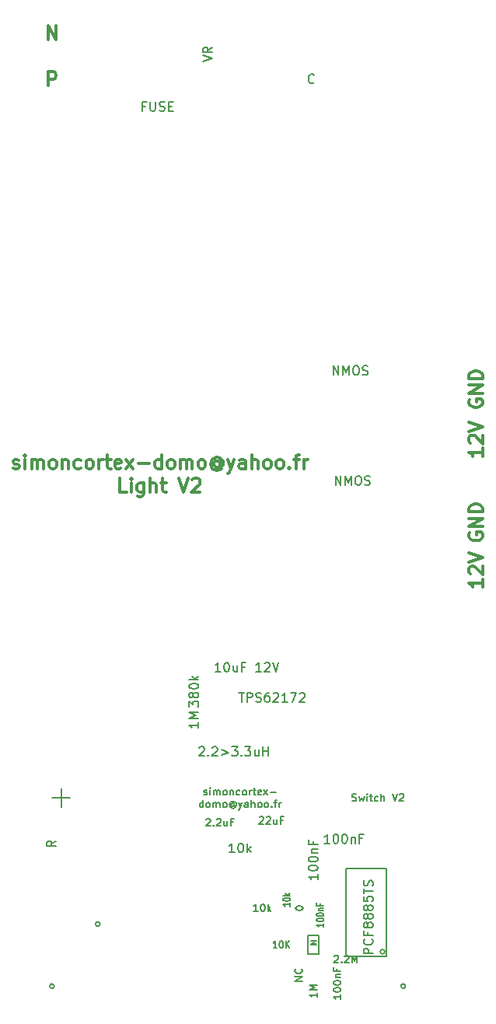
<source format=gbr>
G04 #@! TF.FileFunction,Other,Fab,Top*
%FSLAX46Y46*%
G04 Gerber Fmt 4.6, Leading zero omitted, Abs format (unit mm)*
G04 Created by KiCad (PCBNEW 4.0.5+dfsg1-4) date Mon Feb 20 16:27:22 2017*
%MOMM*%
%LPD*%
G01*
G04 APERTURE LIST*
%ADD10C,0.150000*%
%ADD11C,0.300000*%
%ADD12C,0.200000*%
G04 APERTURE END LIST*
D10*
X83700000Y46676190D02*
X83814286Y46638095D01*
X84004762Y46638095D01*
X84080952Y46676190D01*
X84119048Y46714286D01*
X84157143Y46790476D01*
X84157143Y46866667D01*
X84119048Y46942857D01*
X84080952Y46980952D01*
X84004762Y47019048D01*
X83852381Y47057143D01*
X83776190Y47095238D01*
X83738095Y47133333D01*
X83700000Y47209524D01*
X83700000Y47285714D01*
X83738095Y47361905D01*
X83776190Y47400000D01*
X83852381Y47438095D01*
X84042857Y47438095D01*
X84157143Y47400000D01*
X84423810Y47171429D02*
X84576191Y46638095D01*
X84728572Y47019048D01*
X84880953Y46638095D01*
X85033334Y47171429D01*
X85338095Y46638095D02*
X85338095Y47171429D01*
X85338095Y47438095D02*
X85300000Y47400000D01*
X85338095Y47361905D01*
X85376190Y47400000D01*
X85338095Y47438095D01*
X85338095Y47361905D01*
X85604761Y47171429D02*
X85909523Y47171429D01*
X85719047Y47438095D02*
X85719047Y46752381D01*
X85757142Y46676190D01*
X85833333Y46638095D01*
X85909523Y46638095D01*
X86519047Y46676190D02*
X86442857Y46638095D01*
X86290476Y46638095D01*
X86214285Y46676190D01*
X86176190Y46714286D01*
X86138095Y46790476D01*
X86138095Y47019048D01*
X86176190Y47095238D01*
X86214285Y47133333D01*
X86290476Y47171429D01*
X86442857Y47171429D01*
X86519047Y47133333D01*
X86861904Y46638095D02*
X86861904Y47438095D01*
X87204761Y46638095D02*
X87204761Y47057143D01*
X87166666Y47133333D01*
X87090476Y47171429D01*
X86976190Y47171429D01*
X86899999Y47133333D01*
X86861904Y47095238D01*
X88080952Y47438095D02*
X88347619Y46638095D01*
X88614286Y47438095D01*
X88842857Y47361905D02*
X88880952Y47400000D01*
X88957143Y47438095D01*
X89147619Y47438095D01*
X89223809Y47400000D01*
X89261905Y47361905D01*
X89300000Y47285714D01*
X89300000Y47209524D01*
X89261905Y47095238D01*
X88804762Y46638095D01*
X89300000Y46638095D01*
X67538095Y47351190D02*
X67614285Y47313095D01*
X67766666Y47313095D01*
X67842857Y47351190D01*
X67880952Y47427381D01*
X67880952Y47465476D01*
X67842857Y47541667D01*
X67766666Y47579762D01*
X67652381Y47579762D01*
X67576190Y47617857D01*
X67538095Y47694048D01*
X67538095Y47732143D01*
X67576190Y47808333D01*
X67652381Y47846429D01*
X67766666Y47846429D01*
X67842857Y47808333D01*
X68223809Y47313095D02*
X68223809Y47846429D01*
X68223809Y48113095D02*
X68185714Y48075000D01*
X68223809Y48036905D01*
X68261904Y48075000D01*
X68223809Y48113095D01*
X68223809Y48036905D01*
X68604761Y47313095D02*
X68604761Y47846429D01*
X68604761Y47770238D02*
X68642856Y47808333D01*
X68719047Y47846429D01*
X68833333Y47846429D01*
X68909523Y47808333D01*
X68947618Y47732143D01*
X68947618Y47313095D01*
X68947618Y47732143D02*
X68985714Y47808333D01*
X69061904Y47846429D01*
X69176190Y47846429D01*
X69252380Y47808333D01*
X69290475Y47732143D01*
X69290475Y47313095D01*
X69785714Y47313095D02*
X69709523Y47351190D01*
X69671428Y47389286D01*
X69633333Y47465476D01*
X69633333Y47694048D01*
X69671428Y47770238D01*
X69709523Y47808333D01*
X69785714Y47846429D01*
X69900000Y47846429D01*
X69976190Y47808333D01*
X70014285Y47770238D01*
X70052381Y47694048D01*
X70052381Y47465476D01*
X70014285Y47389286D01*
X69976190Y47351190D01*
X69900000Y47313095D01*
X69785714Y47313095D01*
X70395238Y47846429D02*
X70395238Y47313095D01*
X70395238Y47770238D02*
X70433333Y47808333D01*
X70509524Y47846429D01*
X70623810Y47846429D01*
X70700000Y47808333D01*
X70738095Y47732143D01*
X70738095Y47313095D01*
X71461905Y47351190D02*
X71385715Y47313095D01*
X71233334Y47313095D01*
X71157143Y47351190D01*
X71119048Y47389286D01*
X71080953Y47465476D01*
X71080953Y47694048D01*
X71119048Y47770238D01*
X71157143Y47808333D01*
X71233334Y47846429D01*
X71385715Y47846429D01*
X71461905Y47808333D01*
X71919048Y47313095D02*
X71842857Y47351190D01*
X71804762Y47389286D01*
X71766667Y47465476D01*
X71766667Y47694048D01*
X71804762Y47770238D01*
X71842857Y47808333D01*
X71919048Y47846429D01*
X72033334Y47846429D01*
X72109524Y47808333D01*
X72147619Y47770238D01*
X72185715Y47694048D01*
X72185715Y47465476D01*
X72147619Y47389286D01*
X72109524Y47351190D01*
X72033334Y47313095D01*
X71919048Y47313095D01*
X72528572Y47313095D02*
X72528572Y47846429D01*
X72528572Y47694048D02*
X72566667Y47770238D01*
X72604763Y47808333D01*
X72680953Y47846429D01*
X72757144Y47846429D01*
X72909524Y47846429D02*
X73214286Y47846429D01*
X73023810Y48113095D02*
X73023810Y47427381D01*
X73061905Y47351190D01*
X73138096Y47313095D01*
X73214286Y47313095D01*
X73785715Y47351190D02*
X73709525Y47313095D01*
X73557144Y47313095D01*
X73480953Y47351190D01*
X73442858Y47427381D01*
X73442858Y47732143D01*
X73480953Y47808333D01*
X73557144Y47846429D01*
X73709525Y47846429D01*
X73785715Y47808333D01*
X73823810Y47732143D01*
X73823810Y47655952D01*
X73442858Y47579762D01*
X74090477Y47313095D02*
X74509524Y47846429D01*
X74090477Y47846429D02*
X74509524Y47313095D01*
X74814286Y47617857D02*
X75423810Y47617857D01*
X67480951Y45963095D02*
X67480951Y46763095D01*
X67480951Y46001190D02*
X67404761Y45963095D01*
X67252380Y45963095D01*
X67176189Y46001190D01*
X67138094Y46039286D01*
X67099999Y46115476D01*
X67099999Y46344048D01*
X67138094Y46420238D01*
X67176189Y46458333D01*
X67252380Y46496429D01*
X67404761Y46496429D01*
X67480951Y46458333D01*
X67976190Y45963095D02*
X67899999Y46001190D01*
X67861904Y46039286D01*
X67823809Y46115476D01*
X67823809Y46344048D01*
X67861904Y46420238D01*
X67899999Y46458333D01*
X67976190Y46496429D01*
X68090476Y46496429D01*
X68166666Y46458333D01*
X68204761Y46420238D01*
X68242857Y46344048D01*
X68242857Y46115476D01*
X68204761Y46039286D01*
X68166666Y46001190D01*
X68090476Y45963095D01*
X67976190Y45963095D01*
X68585714Y45963095D02*
X68585714Y46496429D01*
X68585714Y46420238D02*
X68623809Y46458333D01*
X68700000Y46496429D01*
X68814286Y46496429D01*
X68890476Y46458333D01*
X68928571Y46382143D01*
X68928571Y45963095D01*
X68928571Y46382143D02*
X68966667Y46458333D01*
X69042857Y46496429D01*
X69157143Y46496429D01*
X69233333Y46458333D01*
X69271428Y46382143D01*
X69271428Y45963095D01*
X69766667Y45963095D02*
X69690476Y46001190D01*
X69652381Y46039286D01*
X69614286Y46115476D01*
X69614286Y46344048D01*
X69652381Y46420238D01*
X69690476Y46458333D01*
X69766667Y46496429D01*
X69880953Y46496429D01*
X69957143Y46458333D01*
X69995238Y46420238D01*
X70033334Y46344048D01*
X70033334Y46115476D01*
X69995238Y46039286D01*
X69957143Y46001190D01*
X69880953Y45963095D01*
X69766667Y45963095D01*
X70871429Y46344048D02*
X70833334Y46382143D01*
X70757144Y46420238D01*
X70680953Y46420238D01*
X70604763Y46382143D01*
X70566667Y46344048D01*
X70528572Y46267857D01*
X70528572Y46191667D01*
X70566667Y46115476D01*
X70604763Y46077381D01*
X70680953Y46039286D01*
X70757144Y46039286D01*
X70833334Y46077381D01*
X70871429Y46115476D01*
X70871429Y46420238D02*
X70871429Y46115476D01*
X70909525Y46077381D01*
X70947620Y46077381D01*
X71023810Y46115476D01*
X71061905Y46191667D01*
X71061905Y46382143D01*
X70985715Y46496429D01*
X70871429Y46572619D01*
X70719048Y46610714D01*
X70566667Y46572619D01*
X70452382Y46496429D01*
X70376191Y46382143D01*
X70338096Y46229762D01*
X70376191Y46077381D01*
X70452382Y45963095D01*
X70566667Y45886905D01*
X70719048Y45848810D01*
X70871429Y45886905D01*
X70985715Y45963095D01*
X71328572Y46496429D02*
X71519048Y45963095D01*
X71709524Y46496429D02*
X71519048Y45963095D01*
X71442857Y45772619D01*
X71404762Y45734524D01*
X71328572Y45696429D01*
X72357143Y45963095D02*
X72357143Y46382143D01*
X72319048Y46458333D01*
X72242858Y46496429D01*
X72090477Y46496429D01*
X72014286Y46458333D01*
X72357143Y46001190D02*
X72280953Y45963095D01*
X72090477Y45963095D01*
X72014286Y46001190D01*
X71976191Y46077381D01*
X71976191Y46153571D01*
X72014286Y46229762D01*
X72090477Y46267857D01*
X72280953Y46267857D01*
X72357143Y46305952D01*
X72738096Y45963095D02*
X72738096Y46763095D01*
X73080953Y45963095D02*
X73080953Y46382143D01*
X73042858Y46458333D01*
X72966668Y46496429D01*
X72852382Y46496429D01*
X72776191Y46458333D01*
X72738096Y46420238D01*
X73576192Y45963095D02*
X73500001Y46001190D01*
X73461906Y46039286D01*
X73423811Y46115476D01*
X73423811Y46344048D01*
X73461906Y46420238D01*
X73500001Y46458333D01*
X73576192Y46496429D01*
X73690478Y46496429D01*
X73766668Y46458333D01*
X73804763Y46420238D01*
X73842859Y46344048D01*
X73842859Y46115476D01*
X73804763Y46039286D01*
X73766668Y46001190D01*
X73690478Y45963095D01*
X73576192Y45963095D01*
X74300002Y45963095D02*
X74223811Y46001190D01*
X74185716Y46039286D01*
X74147621Y46115476D01*
X74147621Y46344048D01*
X74185716Y46420238D01*
X74223811Y46458333D01*
X74300002Y46496429D01*
X74414288Y46496429D01*
X74490478Y46458333D01*
X74528573Y46420238D01*
X74566669Y46344048D01*
X74566669Y46115476D01*
X74528573Y46039286D01*
X74490478Y46001190D01*
X74414288Y45963095D01*
X74300002Y45963095D01*
X74909526Y46039286D02*
X74947621Y46001190D01*
X74909526Y45963095D01*
X74871431Y46001190D01*
X74909526Y46039286D01*
X74909526Y45963095D01*
X75176192Y46496429D02*
X75480954Y46496429D01*
X75290478Y45963095D02*
X75290478Y46648810D01*
X75328573Y46725000D01*
X75404764Y46763095D01*
X75480954Y46763095D01*
X75747621Y45963095D02*
X75747621Y46496429D01*
X75747621Y46344048D02*
X75785716Y46420238D01*
X75823812Y46458333D01*
X75900002Y46496429D01*
X75976193Y46496429D01*
D11*
X46785714Y82917857D02*
X46928571Y82846429D01*
X47214286Y82846429D01*
X47357143Y82917857D01*
X47428571Y83060714D01*
X47428571Y83132143D01*
X47357143Y83275000D01*
X47214286Y83346429D01*
X47000000Y83346429D01*
X46857143Y83417857D01*
X46785714Y83560714D01*
X46785714Y83632143D01*
X46857143Y83775000D01*
X47000000Y83846429D01*
X47214286Y83846429D01*
X47357143Y83775000D01*
X48071429Y82846429D02*
X48071429Y83846429D01*
X48071429Y84346429D02*
X48000000Y84275000D01*
X48071429Y84203571D01*
X48142857Y84275000D01*
X48071429Y84346429D01*
X48071429Y84203571D01*
X48785715Y82846429D02*
X48785715Y83846429D01*
X48785715Y83703571D02*
X48857143Y83775000D01*
X49000001Y83846429D01*
X49214286Y83846429D01*
X49357143Y83775000D01*
X49428572Y83632143D01*
X49428572Y82846429D01*
X49428572Y83632143D02*
X49500001Y83775000D01*
X49642858Y83846429D01*
X49857143Y83846429D01*
X50000001Y83775000D01*
X50071429Y83632143D01*
X50071429Y82846429D01*
X51000001Y82846429D02*
X50857143Y82917857D01*
X50785715Y82989286D01*
X50714286Y83132143D01*
X50714286Y83560714D01*
X50785715Y83703571D01*
X50857143Y83775000D01*
X51000001Y83846429D01*
X51214286Y83846429D01*
X51357143Y83775000D01*
X51428572Y83703571D01*
X51500001Y83560714D01*
X51500001Y83132143D01*
X51428572Y82989286D01*
X51357143Y82917857D01*
X51214286Y82846429D01*
X51000001Y82846429D01*
X52142858Y83846429D02*
X52142858Y82846429D01*
X52142858Y83703571D02*
X52214286Y83775000D01*
X52357144Y83846429D01*
X52571429Y83846429D01*
X52714286Y83775000D01*
X52785715Y83632143D01*
X52785715Y82846429D01*
X54142858Y82917857D02*
X54000001Y82846429D01*
X53714287Y82846429D01*
X53571429Y82917857D01*
X53500001Y82989286D01*
X53428572Y83132143D01*
X53428572Y83560714D01*
X53500001Y83703571D01*
X53571429Y83775000D01*
X53714287Y83846429D01*
X54000001Y83846429D01*
X54142858Y83775000D01*
X55000001Y82846429D02*
X54857143Y82917857D01*
X54785715Y82989286D01*
X54714286Y83132143D01*
X54714286Y83560714D01*
X54785715Y83703571D01*
X54857143Y83775000D01*
X55000001Y83846429D01*
X55214286Y83846429D01*
X55357143Y83775000D01*
X55428572Y83703571D01*
X55500001Y83560714D01*
X55500001Y83132143D01*
X55428572Y82989286D01*
X55357143Y82917857D01*
X55214286Y82846429D01*
X55000001Y82846429D01*
X56142858Y82846429D02*
X56142858Y83846429D01*
X56142858Y83560714D02*
X56214286Y83703571D01*
X56285715Y83775000D01*
X56428572Y83846429D01*
X56571429Y83846429D01*
X56857143Y83846429D02*
X57428572Y83846429D01*
X57071429Y84346429D02*
X57071429Y83060714D01*
X57142857Y82917857D01*
X57285715Y82846429D01*
X57428572Y82846429D01*
X58500000Y82917857D02*
X58357143Y82846429D01*
X58071429Y82846429D01*
X57928572Y82917857D01*
X57857143Y83060714D01*
X57857143Y83632143D01*
X57928572Y83775000D01*
X58071429Y83846429D01*
X58357143Y83846429D01*
X58500000Y83775000D01*
X58571429Y83632143D01*
X58571429Y83489286D01*
X57857143Y83346429D01*
X59071429Y82846429D02*
X59857143Y83846429D01*
X59071429Y83846429D02*
X59857143Y82846429D01*
X60428572Y83417857D02*
X61571429Y83417857D01*
X62928572Y82846429D02*
X62928572Y84346429D01*
X62928572Y82917857D02*
X62785715Y82846429D01*
X62500001Y82846429D01*
X62357143Y82917857D01*
X62285715Y82989286D01*
X62214286Y83132143D01*
X62214286Y83560714D01*
X62285715Y83703571D01*
X62357143Y83775000D01*
X62500001Y83846429D01*
X62785715Y83846429D01*
X62928572Y83775000D01*
X63857144Y82846429D02*
X63714286Y82917857D01*
X63642858Y82989286D01*
X63571429Y83132143D01*
X63571429Y83560714D01*
X63642858Y83703571D01*
X63714286Y83775000D01*
X63857144Y83846429D01*
X64071429Y83846429D01*
X64214286Y83775000D01*
X64285715Y83703571D01*
X64357144Y83560714D01*
X64357144Y83132143D01*
X64285715Y82989286D01*
X64214286Y82917857D01*
X64071429Y82846429D01*
X63857144Y82846429D01*
X65000001Y82846429D02*
X65000001Y83846429D01*
X65000001Y83703571D02*
X65071429Y83775000D01*
X65214287Y83846429D01*
X65428572Y83846429D01*
X65571429Y83775000D01*
X65642858Y83632143D01*
X65642858Y82846429D01*
X65642858Y83632143D02*
X65714287Y83775000D01*
X65857144Y83846429D01*
X66071429Y83846429D01*
X66214287Y83775000D01*
X66285715Y83632143D01*
X66285715Y82846429D01*
X67214287Y82846429D02*
X67071429Y82917857D01*
X67000001Y82989286D01*
X66928572Y83132143D01*
X66928572Y83560714D01*
X67000001Y83703571D01*
X67071429Y83775000D01*
X67214287Y83846429D01*
X67428572Y83846429D01*
X67571429Y83775000D01*
X67642858Y83703571D01*
X67714287Y83560714D01*
X67714287Y83132143D01*
X67642858Y82989286D01*
X67571429Y82917857D01*
X67428572Y82846429D01*
X67214287Y82846429D01*
X69285715Y83560714D02*
X69214287Y83632143D01*
X69071430Y83703571D01*
X68928572Y83703571D01*
X68785715Y83632143D01*
X68714287Y83560714D01*
X68642858Y83417857D01*
X68642858Y83275000D01*
X68714287Y83132143D01*
X68785715Y83060714D01*
X68928572Y82989286D01*
X69071430Y82989286D01*
X69214287Y83060714D01*
X69285715Y83132143D01*
X69285715Y83703571D02*
X69285715Y83132143D01*
X69357144Y83060714D01*
X69428572Y83060714D01*
X69571430Y83132143D01*
X69642858Y83275000D01*
X69642858Y83632143D01*
X69500001Y83846429D01*
X69285715Y83989286D01*
X69000001Y84060714D01*
X68714287Y83989286D01*
X68500001Y83846429D01*
X68357144Y83632143D01*
X68285715Y83346429D01*
X68357144Y83060714D01*
X68500001Y82846429D01*
X68714287Y82703571D01*
X69000001Y82632143D01*
X69285715Y82703571D01*
X69500001Y82846429D01*
X70142858Y83846429D02*
X70500001Y82846429D01*
X70857143Y83846429D02*
X70500001Y82846429D01*
X70357143Y82489286D01*
X70285715Y82417857D01*
X70142858Y82346429D01*
X72071429Y82846429D02*
X72071429Y83632143D01*
X72000000Y83775000D01*
X71857143Y83846429D01*
X71571429Y83846429D01*
X71428572Y83775000D01*
X72071429Y82917857D02*
X71928572Y82846429D01*
X71571429Y82846429D01*
X71428572Y82917857D01*
X71357143Y83060714D01*
X71357143Y83203571D01*
X71428572Y83346429D01*
X71571429Y83417857D01*
X71928572Y83417857D01*
X72071429Y83489286D01*
X72785715Y82846429D02*
X72785715Y84346429D01*
X73428572Y82846429D02*
X73428572Y83632143D01*
X73357143Y83775000D01*
X73214286Y83846429D01*
X73000001Y83846429D01*
X72857143Y83775000D01*
X72785715Y83703571D01*
X74357144Y82846429D02*
X74214286Y82917857D01*
X74142858Y82989286D01*
X74071429Y83132143D01*
X74071429Y83560714D01*
X74142858Y83703571D01*
X74214286Y83775000D01*
X74357144Y83846429D01*
X74571429Y83846429D01*
X74714286Y83775000D01*
X74785715Y83703571D01*
X74857144Y83560714D01*
X74857144Y83132143D01*
X74785715Y82989286D01*
X74714286Y82917857D01*
X74571429Y82846429D01*
X74357144Y82846429D01*
X75714287Y82846429D02*
X75571429Y82917857D01*
X75500001Y82989286D01*
X75428572Y83132143D01*
X75428572Y83560714D01*
X75500001Y83703571D01*
X75571429Y83775000D01*
X75714287Y83846429D01*
X75928572Y83846429D01*
X76071429Y83775000D01*
X76142858Y83703571D01*
X76214287Y83560714D01*
X76214287Y83132143D01*
X76142858Y82989286D01*
X76071429Y82917857D01*
X75928572Y82846429D01*
X75714287Y82846429D01*
X76857144Y82989286D02*
X76928572Y82917857D01*
X76857144Y82846429D01*
X76785715Y82917857D01*
X76857144Y82989286D01*
X76857144Y82846429D01*
X77357144Y83846429D02*
X77928573Y83846429D01*
X77571430Y82846429D02*
X77571430Y84132143D01*
X77642858Y84275000D01*
X77785716Y84346429D01*
X77928573Y84346429D01*
X78428573Y82846429D02*
X78428573Y83846429D01*
X78428573Y83560714D02*
X78500001Y83703571D01*
X78571430Y83775000D01*
X78714287Y83846429D01*
X78857144Y83846429D01*
X59142858Y80296429D02*
X58428572Y80296429D01*
X58428572Y81796429D01*
X59642858Y80296429D02*
X59642858Y81296429D01*
X59642858Y81796429D02*
X59571429Y81725000D01*
X59642858Y81653571D01*
X59714286Y81725000D01*
X59642858Y81796429D01*
X59642858Y81653571D01*
X61000001Y81296429D02*
X61000001Y80082143D01*
X60928572Y79939286D01*
X60857144Y79867857D01*
X60714287Y79796429D01*
X60500001Y79796429D01*
X60357144Y79867857D01*
X61000001Y80367857D02*
X60857144Y80296429D01*
X60571430Y80296429D01*
X60428572Y80367857D01*
X60357144Y80439286D01*
X60285715Y80582143D01*
X60285715Y81010714D01*
X60357144Y81153571D01*
X60428572Y81225000D01*
X60571430Y81296429D01*
X60857144Y81296429D01*
X61000001Y81225000D01*
X61714287Y80296429D02*
X61714287Y81796429D01*
X62357144Y80296429D02*
X62357144Y81082143D01*
X62285715Y81225000D01*
X62142858Y81296429D01*
X61928573Y81296429D01*
X61785715Y81225000D01*
X61714287Y81153571D01*
X62857144Y81296429D02*
X63428573Y81296429D01*
X63071430Y81796429D02*
X63071430Y80510714D01*
X63142858Y80367857D01*
X63285716Y80296429D01*
X63428573Y80296429D01*
X64857144Y81796429D02*
X65357144Y80296429D01*
X65857144Y81796429D01*
X66285715Y81653571D02*
X66357144Y81725000D01*
X66500001Y81796429D01*
X66857144Y81796429D01*
X67000001Y81725000D01*
X67071430Y81653571D01*
X67142858Y81510714D01*
X67142858Y81367857D01*
X67071430Y81153571D01*
X66214287Y80296429D01*
X67142858Y80296429D01*
X96500000Y90357143D02*
X96428571Y90214286D01*
X96428571Y90000000D01*
X96500000Y89785715D01*
X96642857Y89642857D01*
X96785714Y89571429D01*
X97071429Y89500000D01*
X97285714Y89500000D01*
X97571429Y89571429D01*
X97714286Y89642857D01*
X97857143Y89785715D01*
X97928571Y90000000D01*
X97928571Y90142857D01*
X97857143Y90357143D01*
X97785714Y90428572D01*
X97285714Y90428572D01*
X97285714Y90142857D01*
X97928571Y91071429D02*
X96428571Y91071429D01*
X97928571Y91928572D01*
X96428571Y91928572D01*
X97928571Y92642858D02*
X96428571Y92642858D01*
X96428571Y93000001D01*
X96500000Y93214286D01*
X96642857Y93357144D01*
X96785714Y93428572D01*
X97071429Y93500001D01*
X97285714Y93500001D01*
X97571429Y93428572D01*
X97714286Y93357144D01*
X97857143Y93214286D01*
X97928571Y93000001D01*
X97928571Y92642858D01*
X96500000Y75857143D02*
X96428571Y75714286D01*
X96428571Y75500000D01*
X96500000Y75285715D01*
X96642857Y75142857D01*
X96785714Y75071429D01*
X97071429Y75000000D01*
X97285714Y75000000D01*
X97571429Y75071429D01*
X97714286Y75142857D01*
X97857143Y75285715D01*
X97928571Y75500000D01*
X97928571Y75642857D01*
X97857143Y75857143D01*
X97785714Y75928572D01*
X97285714Y75928572D01*
X97285714Y75642857D01*
X97928571Y76571429D02*
X96428571Y76571429D01*
X97928571Y77428572D01*
X96428571Y77428572D01*
X97928571Y78142858D02*
X96428571Y78142858D01*
X96428571Y78500001D01*
X96500000Y78714286D01*
X96642857Y78857144D01*
X96785714Y78928572D01*
X97071429Y79000001D01*
X97285714Y79000001D01*
X97571429Y78928572D01*
X97714286Y78857144D01*
X97857143Y78714286D01*
X97928571Y78500001D01*
X97928571Y78142858D01*
X97928571Y70821429D02*
X97928571Y69964286D01*
X97928571Y70392858D02*
X96428571Y70392858D01*
X96642857Y70250001D01*
X96785714Y70107143D01*
X96857143Y69964286D01*
X96571429Y71392857D02*
X96500000Y71464286D01*
X96428571Y71607143D01*
X96428571Y71964286D01*
X96500000Y72107143D01*
X96571429Y72178572D01*
X96714286Y72250000D01*
X96857143Y72250000D01*
X97071429Y72178572D01*
X97928571Y71321429D01*
X97928571Y72250000D01*
X96428571Y72678571D02*
X97928571Y73178571D01*
X96428571Y73678571D01*
X97928571Y85071429D02*
X97928571Y84214286D01*
X97928571Y84642858D02*
X96428571Y84642858D01*
X96642857Y84500001D01*
X96785714Y84357143D01*
X96857143Y84214286D01*
X96571429Y85642857D02*
X96500000Y85714286D01*
X96428571Y85857143D01*
X96428571Y86214286D01*
X96500000Y86357143D01*
X96571429Y86428572D01*
X96714286Y86500000D01*
X96857143Y86500000D01*
X97071429Y86428572D01*
X97928571Y85571429D01*
X97928571Y86500000D01*
X96428571Y86928571D02*
X97928571Y87428571D01*
X96428571Y87928571D01*
X50607143Y124571429D02*
X50607143Y126071429D01*
X51178571Y126071429D01*
X51321429Y126000000D01*
X51392857Y125928571D01*
X51464286Y125785714D01*
X51464286Y125571429D01*
X51392857Y125428571D01*
X51321429Y125357143D01*
X51178571Y125285714D01*
X50607143Y125285714D01*
X50571429Y129571429D02*
X50571429Y131071429D01*
X51428572Y129571429D01*
X51428572Y131071429D01*
D12*
X56250000Y33250000D02*
G75*
G03X56250000Y33250000I-250000J0D01*
G01*
X89500000Y26500000D02*
G75*
G03X89500000Y26500000I-250000J0D01*
G01*
X51250000Y26500000D02*
G75*
G03X51250000Y26500000I-250000J0D01*
G01*
X52000000Y48000000D02*
X52000000Y46000000D01*
X51000000Y47000000D02*
X53000000Y47000000D01*
D10*
X79800000Y31400000D02*
X79200000Y31400000D01*
X79500000Y31300000D02*
X79800000Y31000000D01*
X79200000Y31000000D02*
X79500000Y31300000D01*
X79800000Y31000000D02*
X79200000Y31000000D01*
X80100000Y30000000D02*
X80100000Y32000000D01*
X78900000Y30000000D02*
X80100000Y30000000D01*
X78900000Y32000000D02*
X78900000Y30000000D01*
X80100000Y32000000D02*
X78900000Y32000000D01*
X87250000Y30250000D02*
G75*
G03X87250000Y30250000I-250000J0D01*
G01*
X87450000Y39300000D02*
X87450000Y29700000D01*
X83050000Y39300000D02*
X87450000Y39300000D01*
X83050000Y29700000D02*
X83050000Y39300000D01*
X87450000Y29700000D02*
X83050000Y29700000D01*
X71357143Y58447619D02*
X71928572Y58447619D01*
X71642857Y57447619D02*
X71642857Y58447619D01*
X72261905Y57447619D02*
X72261905Y58447619D01*
X72642858Y58447619D01*
X72738096Y58400000D01*
X72785715Y58352381D01*
X72833334Y58257143D01*
X72833334Y58114286D01*
X72785715Y58019048D01*
X72738096Y57971429D01*
X72642858Y57923810D01*
X72261905Y57923810D01*
X73214286Y57495238D02*
X73357143Y57447619D01*
X73595239Y57447619D01*
X73690477Y57495238D01*
X73738096Y57542857D01*
X73785715Y57638095D01*
X73785715Y57733333D01*
X73738096Y57828571D01*
X73690477Y57876190D01*
X73595239Y57923810D01*
X73404762Y57971429D01*
X73309524Y58019048D01*
X73261905Y58066667D01*
X73214286Y58161905D01*
X73214286Y58257143D01*
X73261905Y58352381D01*
X73309524Y58400000D01*
X73404762Y58447619D01*
X73642858Y58447619D01*
X73785715Y58400000D01*
X74642858Y58447619D02*
X74452381Y58447619D01*
X74357143Y58400000D01*
X74309524Y58352381D01*
X74214286Y58209524D01*
X74166667Y58019048D01*
X74166667Y57638095D01*
X74214286Y57542857D01*
X74261905Y57495238D01*
X74357143Y57447619D01*
X74547620Y57447619D01*
X74642858Y57495238D01*
X74690477Y57542857D01*
X74738096Y57638095D01*
X74738096Y57876190D01*
X74690477Y57971429D01*
X74642858Y58019048D01*
X74547620Y58066667D01*
X74357143Y58066667D01*
X74261905Y58019048D01*
X74214286Y57971429D01*
X74166667Y57876190D01*
X75119048Y58352381D02*
X75166667Y58400000D01*
X75261905Y58447619D01*
X75500001Y58447619D01*
X75595239Y58400000D01*
X75642858Y58352381D01*
X75690477Y58257143D01*
X75690477Y58161905D01*
X75642858Y58019048D01*
X75071429Y57447619D01*
X75690477Y57447619D01*
X76642858Y57447619D02*
X76071429Y57447619D01*
X76357143Y57447619D02*
X76357143Y58447619D01*
X76261905Y58304762D01*
X76166667Y58209524D01*
X76071429Y58161905D01*
X76976191Y58447619D02*
X77642858Y58447619D01*
X77214286Y57447619D01*
X77976191Y58352381D02*
X78023810Y58400000D01*
X78119048Y58447619D01*
X78357144Y58447619D01*
X78452382Y58400000D01*
X78500001Y58352381D01*
X78547620Y58257143D01*
X78547620Y58161905D01*
X78500001Y58019048D01*
X77928572Y57447619D01*
X78547620Y57447619D01*
X79559524Y124892857D02*
X79511905Y124845238D01*
X79369048Y124797619D01*
X79273810Y124797619D01*
X79130952Y124845238D01*
X79035714Y124940476D01*
X78988095Y125035714D01*
X78940476Y125226190D01*
X78940476Y125369048D01*
X78988095Y125559524D01*
X79035714Y125654762D01*
X79130952Y125750000D01*
X79273810Y125797619D01*
X79369048Y125797619D01*
X79511905Y125750000D01*
X79559524Y125702381D01*
X73585714Y44861905D02*
X73623809Y44900000D01*
X73700000Y44938095D01*
X73890476Y44938095D01*
X73966666Y44900000D01*
X74004762Y44861905D01*
X74042857Y44785714D01*
X74042857Y44709524D01*
X74004762Y44595238D01*
X73547619Y44138095D01*
X74042857Y44138095D01*
X74347619Y44861905D02*
X74385714Y44900000D01*
X74461905Y44938095D01*
X74652381Y44938095D01*
X74728571Y44900000D01*
X74766667Y44861905D01*
X74804762Y44785714D01*
X74804762Y44709524D01*
X74766667Y44595238D01*
X74309524Y44138095D01*
X74804762Y44138095D01*
X75490476Y44671429D02*
X75490476Y44138095D01*
X75147619Y44671429D02*
X75147619Y44252381D01*
X75185714Y44176190D01*
X75261905Y44138095D01*
X75376191Y44138095D01*
X75452381Y44176190D01*
X75490476Y44214286D01*
X76138096Y44557143D02*
X75871429Y44557143D01*
X75871429Y44138095D02*
X75871429Y44938095D01*
X76252382Y44938095D01*
X69366667Y60747619D02*
X68795238Y60747619D01*
X69080952Y60747619D02*
X69080952Y61747619D01*
X68985714Y61604762D01*
X68890476Y61509524D01*
X68795238Y61461905D01*
X69985714Y61747619D02*
X70080953Y61747619D01*
X70176191Y61700000D01*
X70223810Y61652381D01*
X70271429Y61557143D01*
X70319048Y61366667D01*
X70319048Y61128571D01*
X70271429Y60938095D01*
X70223810Y60842857D01*
X70176191Y60795238D01*
X70080953Y60747619D01*
X69985714Y60747619D01*
X69890476Y60795238D01*
X69842857Y60842857D01*
X69795238Y60938095D01*
X69747619Y61128571D01*
X69747619Y61366667D01*
X69795238Y61557143D01*
X69842857Y61652381D01*
X69890476Y61700000D01*
X69985714Y61747619D01*
X71176191Y61414286D02*
X71176191Y60747619D01*
X70747619Y61414286D02*
X70747619Y60890476D01*
X70795238Y60795238D01*
X70890476Y60747619D01*
X71033334Y60747619D01*
X71128572Y60795238D01*
X71176191Y60842857D01*
X71985715Y61271429D02*
X71652381Y61271429D01*
X71652381Y60747619D02*
X71652381Y61747619D01*
X72128572Y61747619D01*
X73795239Y60747619D02*
X73223810Y60747619D01*
X73509524Y60747619D02*
X73509524Y61747619D01*
X73414286Y61604762D01*
X73319048Y61509524D01*
X73223810Y61461905D01*
X74176191Y61652381D02*
X74223810Y61700000D01*
X74319048Y61747619D01*
X74557144Y61747619D01*
X74652382Y61700000D01*
X74700001Y61652381D01*
X74747620Y61557143D01*
X74747620Y61461905D01*
X74700001Y61319048D01*
X74128572Y60747619D01*
X74747620Y60747619D01*
X75033334Y61747619D02*
X75366667Y60747619D01*
X75700001Y61747619D01*
X61190477Y122321429D02*
X60857143Y122321429D01*
X60857143Y121797619D02*
X60857143Y122797619D01*
X61333334Y122797619D01*
X61714286Y122797619D02*
X61714286Y121988095D01*
X61761905Y121892857D01*
X61809524Y121845238D01*
X61904762Y121797619D01*
X62095239Y121797619D01*
X62190477Y121845238D01*
X62238096Y121892857D01*
X62285715Y121988095D01*
X62285715Y122797619D01*
X62714286Y121845238D02*
X62857143Y121797619D01*
X63095239Y121797619D01*
X63190477Y121845238D01*
X63238096Y121892857D01*
X63285715Y121988095D01*
X63285715Y122083333D01*
X63238096Y122178571D01*
X63190477Y122226190D01*
X63095239Y122273810D01*
X62904762Y122321429D01*
X62809524Y122369048D01*
X62761905Y122416667D01*
X62714286Y122511905D01*
X62714286Y122607143D01*
X62761905Y122702381D01*
X62809524Y122750000D01*
X62904762Y122797619D01*
X63142858Y122797619D01*
X63285715Y122750000D01*
X63714286Y122321429D02*
X64047620Y122321429D01*
X64190477Y121797619D02*
X63714286Y121797619D01*
X63714286Y122797619D01*
X64190477Y122797619D01*
X67033334Y52466381D02*
X67080953Y52514000D01*
X67176191Y52561619D01*
X67414287Y52561619D01*
X67509525Y52514000D01*
X67557144Y52466381D01*
X67604763Y52371143D01*
X67604763Y52275905D01*
X67557144Y52133048D01*
X66985715Y51561619D01*
X67604763Y51561619D01*
X68033334Y51656857D02*
X68080953Y51609238D01*
X68033334Y51561619D01*
X67985715Y51609238D01*
X68033334Y51656857D01*
X68033334Y51561619D01*
X68461905Y52466381D02*
X68509524Y52514000D01*
X68604762Y52561619D01*
X68842858Y52561619D01*
X68938096Y52514000D01*
X68985715Y52466381D01*
X69033334Y52371143D01*
X69033334Y52275905D01*
X68985715Y52133048D01*
X68414286Y51561619D01*
X69033334Y51561619D01*
X69461905Y52228286D02*
X70223810Y51942571D01*
X69461905Y51656857D01*
X70604762Y52561619D02*
X71223810Y52561619D01*
X70890476Y52180667D01*
X71033334Y52180667D01*
X71128572Y52133048D01*
X71176191Y52085429D01*
X71223810Y51990190D01*
X71223810Y51752095D01*
X71176191Y51656857D01*
X71128572Y51609238D01*
X71033334Y51561619D01*
X70747619Y51561619D01*
X70652381Y51609238D01*
X70604762Y51656857D01*
X71652381Y51656857D02*
X71700000Y51609238D01*
X71652381Y51561619D01*
X71604762Y51609238D01*
X71652381Y51656857D01*
X71652381Y51561619D01*
X72033333Y52561619D02*
X72652381Y52561619D01*
X72319047Y52180667D01*
X72461905Y52180667D01*
X72557143Y52133048D01*
X72604762Y52085429D01*
X72652381Y51990190D01*
X72652381Y51752095D01*
X72604762Y51656857D01*
X72557143Y51609238D01*
X72461905Y51561619D01*
X72176190Y51561619D01*
X72080952Y51609238D01*
X72033333Y51656857D01*
X73509524Y52228286D02*
X73509524Y51561619D01*
X73080952Y52228286D02*
X73080952Y51704476D01*
X73128571Y51609238D01*
X73223809Y51561619D01*
X73366667Y51561619D01*
X73461905Y51609238D01*
X73509524Y51656857D01*
X73985714Y51561619D02*
X73985714Y52561619D01*
X73985714Y52085429D02*
X74557143Y52085429D01*
X74557143Y51561619D02*
X74557143Y52561619D01*
X81642857Y93047619D02*
X81642857Y94047619D01*
X82214286Y93047619D01*
X82214286Y94047619D01*
X82690476Y93047619D02*
X82690476Y94047619D01*
X83023810Y93333333D01*
X83357143Y94047619D01*
X83357143Y93047619D01*
X84023809Y94047619D02*
X84214286Y94047619D01*
X84309524Y94000000D01*
X84404762Y93904762D01*
X84452381Y93714286D01*
X84452381Y93380952D01*
X84404762Y93190476D01*
X84309524Y93095238D01*
X84214286Y93047619D01*
X84023809Y93047619D01*
X83928571Y93095238D01*
X83833333Y93190476D01*
X83785714Y93380952D01*
X83785714Y93714286D01*
X83833333Y93904762D01*
X83928571Y94000000D01*
X84023809Y94047619D01*
X84833333Y93095238D02*
X84976190Y93047619D01*
X85214286Y93047619D01*
X85309524Y93095238D01*
X85357143Y93142857D01*
X85404762Y93238095D01*
X85404762Y93333333D01*
X85357143Y93428571D01*
X85309524Y93476190D01*
X85214286Y93523810D01*
X85023809Y93571429D01*
X84928571Y93619048D01*
X84880952Y93666667D01*
X84833333Y93761905D01*
X84833333Y93857143D01*
X84880952Y93952381D01*
X84928571Y94000000D01*
X85023809Y94047619D01*
X85261905Y94047619D01*
X85404762Y94000000D01*
X81892857Y81047619D02*
X81892857Y82047619D01*
X82464286Y81047619D01*
X82464286Y82047619D01*
X82940476Y81047619D02*
X82940476Y82047619D01*
X83273810Y81333333D01*
X83607143Y82047619D01*
X83607143Y81047619D01*
X84273809Y82047619D02*
X84464286Y82047619D01*
X84559524Y82000000D01*
X84654762Y81904762D01*
X84702381Y81714286D01*
X84702381Y81380952D01*
X84654762Y81190476D01*
X84559524Y81095238D01*
X84464286Y81047619D01*
X84273809Y81047619D01*
X84178571Y81095238D01*
X84083333Y81190476D01*
X84035714Y81380952D01*
X84035714Y81714286D01*
X84083333Y81904762D01*
X84178571Y82000000D01*
X84273809Y82047619D01*
X85083333Y81095238D02*
X85226190Y81047619D01*
X85464286Y81047619D01*
X85559524Y81095238D01*
X85607143Y81142857D01*
X85654762Y81238095D01*
X85654762Y81333333D01*
X85607143Y81428571D01*
X85559524Y81476190D01*
X85464286Y81523810D01*
X85273809Y81571429D01*
X85178571Y81619048D01*
X85130952Y81666667D01*
X85083333Y81761905D01*
X85083333Y81857143D01*
X85130952Y81952381D01*
X85178571Y82000000D01*
X85273809Y82047619D01*
X85511905Y82047619D01*
X85654762Y82000000D01*
X67452381Y127166667D02*
X68452381Y127500000D01*
X67452381Y127833334D01*
X68452381Y128738096D02*
X67976190Y128404762D01*
X68452381Y128166667D02*
X67452381Y128166667D01*
X67452381Y128547620D01*
X67500000Y128642858D01*
X67547619Y128690477D01*
X67642857Y128738096D01*
X67785714Y128738096D01*
X67880952Y128690477D01*
X67928571Y128642858D01*
X67976190Y128547620D01*
X67976190Y128166667D01*
X67795238Y44661905D02*
X67833333Y44700000D01*
X67909524Y44738095D01*
X68100000Y44738095D01*
X68176190Y44700000D01*
X68214286Y44661905D01*
X68252381Y44585714D01*
X68252381Y44509524D01*
X68214286Y44395238D01*
X67757143Y43938095D01*
X68252381Y43938095D01*
X68595238Y44014286D02*
X68633333Y43976190D01*
X68595238Y43938095D01*
X68557143Y43976190D01*
X68595238Y44014286D01*
X68595238Y43938095D01*
X68938095Y44661905D02*
X68976190Y44700000D01*
X69052381Y44738095D01*
X69242857Y44738095D01*
X69319047Y44700000D01*
X69357143Y44661905D01*
X69395238Y44585714D01*
X69395238Y44509524D01*
X69357143Y44395238D01*
X68900000Y43938095D01*
X69395238Y43938095D01*
X70080952Y44471429D02*
X70080952Y43938095D01*
X69738095Y44471429D02*
X69738095Y44052381D01*
X69776190Y43976190D01*
X69852381Y43938095D01*
X69966667Y43938095D01*
X70042857Y43976190D01*
X70080952Y44014286D01*
X70728572Y44357143D02*
X70461905Y44357143D01*
X70461905Y43938095D02*
X70461905Y44738095D01*
X70842858Y44738095D01*
X82461905Y25561905D02*
X82461905Y25104762D01*
X82461905Y25333333D02*
X81661905Y25333333D01*
X81776190Y25257143D01*
X81852381Y25180952D01*
X81890476Y25104762D01*
X81661905Y26057143D02*
X81661905Y26133334D01*
X81700000Y26209524D01*
X81738095Y26247619D01*
X81814286Y26285715D01*
X81966667Y26323810D01*
X82157143Y26323810D01*
X82309524Y26285715D01*
X82385714Y26247619D01*
X82423810Y26209524D01*
X82461905Y26133334D01*
X82461905Y26057143D01*
X82423810Y25980953D01*
X82385714Y25942857D01*
X82309524Y25904762D01*
X82157143Y25866667D01*
X81966667Y25866667D01*
X81814286Y25904762D01*
X81738095Y25942857D01*
X81700000Y25980953D01*
X81661905Y26057143D01*
X81661905Y26819048D02*
X81661905Y26895239D01*
X81700000Y26971429D01*
X81738095Y27009524D01*
X81814286Y27047620D01*
X81966667Y27085715D01*
X82157143Y27085715D01*
X82309524Y27047620D01*
X82385714Y27009524D01*
X82423810Y26971429D01*
X82461905Y26895239D01*
X82461905Y26819048D01*
X82423810Y26742858D01*
X82385714Y26704762D01*
X82309524Y26666667D01*
X82157143Y26628572D01*
X81966667Y26628572D01*
X81814286Y26666667D01*
X81738095Y26704762D01*
X81700000Y26742858D01*
X81661905Y26819048D01*
X81928571Y27428572D02*
X82461905Y27428572D01*
X82004762Y27428572D02*
X81966667Y27466667D01*
X81928571Y27542858D01*
X81928571Y27657144D01*
X81966667Y27733334D01*
X82042857Y27771429D01*
X82461905Y27771429D01*
X82042857Y28419049D02*
X82042857Y28152382D01*
X82461905Y28152382D02*
X81661905Y28152382D01*
X81661905Y28533335D01*
X80611905Y33321428D02*
X80611905Y32978571D01*
X80611905Y33149999D02*
X79811905Y33149999D01*
X79926190Y33092856D01*
X80002381Y33035714D01*
X80040476Y32978571D01*
X79811905Y33692857D02*
X79811905Y33750000D01*
X79850000Y33807143D01*
X79888095Y33835714D01*
X79964286Y33864285D01*
X80116667Y33892857D01*
X80307143Y33892857D01*
X80459524Y33864285D01*
X80535714Y33835714D01*
X80573810Y33807143D01*
X80611905Y33750000D01*
X80611905Y33692857D01*
X80573810Y33635714D01*
X80535714Y33607143D01*
X80459524Y33578571D01*
X80307143Y33550000D01*
X80116667Y33550000D01*
X79964286Y33578571D01*
X79888095Y33607143D01*
X79850000Y33635714D01*
X79811905Y33692857D01*
X79811905Y34264286D02*
X79811905Y34321429D01*
X79850000Y34378572D01*
X79888095Y34407143D01*
X79964286Y34435714D01*
X80116667Y34464286D01*
X80307143Y34464286D01*
X80459524Y34435714D01*
X80535714Y34407143D01*
X80573810Y34378572D01*
X80611905Y34321429D01*
X80611905Y34264286D01*
X80573810Y34207143D01*
X80535714Y34178572D01*
X80459524Y34150000D01*
X80307143Y34121429D01*
X80116667Y34121429D01*
X79964286Y34150000D01*
X79888095Y34178572D01*
X79850000Y34207143D01*
X79811905Y34264286D01*
X80078571Y34721429D02*
X80611905Y34721429D01*
X80154762Y34721429D02*
X80116667Y34750001D01*
X80078571Y34807143D01*
X80078571Y34892858D01*
X80116667Y34950001D01*
X80192857Y34978572D01*
X80611905Y34978572D01*
X80192857Y35464286D02*
X80192857Y35264286D01*
X80611905Y35264286D02*
X79811905Y35264286D01*
X79811905Y35550000D01*
X79952381Y38702381D02*
X79952381Y38130952D01*
X79952381Y38416666D02*
X78952381Y38416666D01*
X79095238Y38321428D01*
X79190476Y38226190D01*
X79238095Y38130952D01*
X78952381Y39321428D02*
X78952381Y39416667D01*
X79000000Y39511905D01*
X79047619Y39559524D01*
X79142857Y39607143D01*
X79333333Y39654762D01*
X79571429Y39654762D01*
X79761905Y39607143D01*
X79857143Y39559524D01*
X79904762Y39511905D01*
X79952381Y39416667D01*
X79952381Y39321428D01*
X79904762Y39226190D01*
X79857143Y39178571D01*
X79761905Y39130952D01*
X79571429Y39083333D01*
X79333333Y39083333D01*
X79142857Y39130952D01*
X79047619Y39178571D01*
X79000000Y39226190D01*
X78952381Y39321428D01*
X78952381Y40273809D02*
X78952381Y40369048D01*
X79000000Y40464286D01*
X79047619Y40511905D01*
X79142857Y40559524D01*
X79333333Y40607143D01*
X79571429Y40607143D01*
X79761905Y40559524D01*
X79857143Y40511905D01*
X79904762Y40464286D01*
X79952381Y40369048D01*
X79952381Y40273809D01*
X79904762Y40178571D01*
X79857143Y40130952D01*
X79761905Y40083333D01*
X79571429Y40035714D01*
X79333333Y40035714D01*
X79142857Y40083333D01*
X79047619Y40130952D01*
X79000000Y40178571D01*
X78952381Y40273809D01*
X79285714Y41035714D02*
X79952381Y41035714D01*
X79380952Y41035714D02*
X79333333Y41083333D01*
X79285714Y41178571D01*
X79285714Y41321429D01*
X79333333Y41416667D01*
X79428571Y41464286D01*
X79952381Y41464286D01*
X79428571Y42273810D02*
X79428571Y41940476D01*
X79952381Y41940476D02*
X78952381Y41940476D01*
X78952381Y42416667D01*
X81252381Y42047619D02*
X80680952Y42047619D01*
X80966666Y42047619D02*
X80966666Y43047619D01*
X80871428Y42904762D01*
X80776190Y42809524D01*
X80680952Y42761905D01*
X81871428Y43047619D02*
X81966667Y43047619D01*
X82061905Y43000000D01*
X82109524Y42952381D01*
X82157143Y42857143D01*
X82204762Y42666667D01*
X82204762Y42428571D01*
X82157143Y42238095D01*
X82109524Y42142857D01*
X82061905Y42095238D01*
X81966667Y42047619D01*
X81871428Y42047619D01*
X81776190Y42095238D01*
X81728571Y42142857D01*
X81680952Y42238095D01*
X81633333Y42428571D01*
X81633333Y42666667D01*
X81680952Y42857143D01*
X81728571Y42952381D01*
X81776190Y43000000D01*
X81871428Y43047619D01*
X82823809Y43047619D02*
X82919048Y43047619D01*
X83014286Y43000000D01*
X83061905Y42952381D01*
X83109524Y42857143D01*
X83157143Y42666667D01*
X83157143Y42428571D01*
X83109524Y42238095D01*
X83061905Y42142857D01*
X83014286Y42095238D01*
X82919048Y42047619D01*
X82823809Y42047619D01*
X82728571Y42095238D01*
X82680952Y42142857D01*
X82633333Y42238095D01*
X82585714Y42428571D01*
X82585714Y42666667D01*
X82633333Y42857143D01*
X82680952Y42952381D01*
X82728571Y43000000D01*
X82823809Y43047619D01*
X83585714Y42714286D02*
X83585714Y42047619D01*
X83585714Y42619048D02*
X83633333Y42666667D01*
X83728571Y42714286D01*
X83871429Y42714286D01*
X83966667Y42666667D01*
X84014286Y42571429D01*
X84014286Y42047619D01*
X84823810Y42571429D02*
X84490476Y42571429D01*
X84490476Y42047619D02*
X84490476Y43047619D01*
X84966667Y43047619D01*
X70904762Y41047619D02*
X70333333Y41047619D01*
X70619047Y41047619D02*
X70619047Y42047619D01*
X70523809Y41904762D01*
X70428571Y41809524D01*
X70333333Y41761905D01*
X71523809Y42047619D02*
X71619048Y42047619D01*
X71714286Y42000000D01*
X71761905Y41952381D01*
X71809524Y41857143D01*
X71857143Y41666667D01*
X71857143Y41428571D01*
X71809524Y41238095D01*
X71761905Y41142857D01*
X71714286Y41095238D01*
X71619048Y41047619D01*
X71523809Y41047619D01*
X71428571Y41095238D01*
X71380952Y41142857D01*
X71333333Y41238095D01*
X71285714Y41428571D01*
X71285714Y41666667D01*
X71333333Y41857143D01*
X71380952Y41952381D01*
X71428571Y42000000D01*
X71523809Y42047619D01*
X72285714Y41047619D02*
X72285714Y42047619D01*
X72380952Y41428571D02*
X72666667Y41047619D01*
X72666667Y41714286D02*
X72285714Y41333333D01*
X76961905Y35542857D02*
X76961905Y35200000D01*
X76961905Y35371428D02*
X76161905Y35371428D01*
X76276190Y35314285D01*
X76352381Y35257143D01*
X76390476Y35200000D01*
X76161905Y35914286D02*
X76161905Y35971429D01*
X76200000Y36028572D01*
X76238095Y36057143D01*
X76314286Y36085714D01*
X76466667Y36114286D01*
X76657143Y36114286D01*
X76809524Y36085714D01*
X76885714Y36057143D01*
X76923810Y36028572D01*
X76961905Y35971429D01*
X76961905Y35914286D01*
X76923810Y35857143D01*
X76885714Y35828572D01*
X76809524Y35800000D01*
X76657143Y35771429D01*
X76466667Y35771429D01*
X76314286Y35800000D01*
X76238095Y35828572D01*
X76200000Y35857143D01*
X76161905Y35914286D01*
X76961905Y36371429D02*
X76161905Y36371429D01*
X76657143Y36428572D02*
X76961905Y36600001D01*
X76428571Y36600001D02*
X76733333Y36371429D01*
X51452381Y42309524D02*
X50976190Y41976190D01*
X51452381Y41738095D02*
X50452381Y41738095D01*
X50452381Y42119048D01*
X50500000Y42214286D01*
X50547619Y42261905D01*
X50642857Y42309524D01*
X50785714Y42309524D01*
X50880952Y42261905D01*
X50928571Y42214286D01*
X50976190Y42119048D01*
X50976190Y41738095D01*
X73423810Y34638095D02*
X72966667Y34638095D01*
X73195238Y34638095D02*
X73195238Y35438095D01*
X73119048Y35323810D01*
X73042857Y35247619D01*
X72966667Y35209524D01*
X73919048Y35438095D02*
X73995239Y35438095D01*
X74071429Y35400000D01*
X74109524Y35361905D01*
X74147620Y35285714D01*
X74185715Y35133333D01*
X74185715Y34942857D01*
X74147620Y34790476D01*
X74109524Y34714286D01*
X74071429Y34676190D01*
X73995239Y34638095D01*
X73919048Y34638095D01*
X73842858Y34676190D01*
X73804762Y34714286D01*
X73766667Y34790476D01*
X73728572Y34942857D01*
X73728572Y35133333D01*
X73766667Y35285714D01*
X73804762Y35361905D01*
X73842858Y35400000D01*
X73919048Y35438095D01*
X74528572Y34638095D02*
X74528572Y35438095D01*
X74604763Y34942857D02*
X74833334Y34638095D01*
X74833334Y35171429D02*
X74528572Y34866667D01*
X75516666Y30638095D02*
X75116666Y30638095D01*
X75316666Y30638095D02*
X75316666Y31438095D01*
X75250000Y31323810D01*
X75183333Y31247619D01*
X75116666Y31209524D01*
X75950000Y31438095D02*
X76016667Y31438095D01*
X76083333Y31400000D01*
X76116667Y31361905D01*
X76150000Y31285714D01*
X76183333Y31133333D01*
X76183333Y30942857D01*
X76150000Y30790476D01*
X76116667Y30714286D01*
X76083333Y30676190D01*
X76016667Y30638095D01*
X75950000Y30638095D01*
X75883333Y30676190D01*
X75850000Y30714286D01*
X75816667Y30790476D01*
X75783333Y30942857D01*
X75783333Y31133333D01*
X75816667Y31285714D01*
X75850000Y31361905D01*
X75883333Y31400000D01*
X75950000Y31438095D01*
X76483334Y30638095D02*
X76483334Y31438095D01*
X76883334Y30638095D02*
X76583334Y31095238D01*
X76883334Y31438095D02*
X76483334Y30980952D01*
X81742857Y29761905D02*
X81780952Y29800000D01*
X81857143Y29838095D01*
X82047619Y29838095D01*
X82123809Y29800000D01*
X82161905Y29761905D01*
X82200000Y29685714D01*
X82200000Y29609524D01*
X82161905Y29495238D01*
X81704762Y29038095D01*
X82200000Y29038095D01*
X82542857Y29114286D02*
X82580952Y29076190D01*
X82542857Y29038095D01*
X82504762Y29076190D01*
X82542857Y29114286D01*
X82542857Y29038095D01*
X82885714Y29761905D02*
X82923809Y29800000D01*
X83000000Y29838095D01*
X83190476Y29838095D01*
X83266666Y29800000D01*
X83304762Y29761905D01*
X83342857Y29685714D01*
X83342857Y29609524D01*
X83304762Y29495238D01*
X82847619Y29038095D01*
X83342857Y29038095D01*
X83685714Y29038095D02*
X83685714Y29838095D01*
X83952381Y29266667D01*
X84219048Y29838095D01*
X84219048Y29038095D01*
X79861905Y25771429D02*
X79861905Y25314286D01*
X79861905Y25542857D02*
X79061905Y25542857D01*
X79176190Y25466667D01*
X79252381Y25390476D01*
X79290476Y25314286D01*
X79861905Y26114286D02*
X79061905Y26114286D01*
X79633333Y26380953D01*
X79061905Y26647620D01*
X79861905Y26647620D01*
X85952381Y30047619D02*
X84952381Y30047619D01*
X84952381Y30428572D01*
X85000000Y30523810D01*
X85047619Y30571429D01*
X85142857Y30619048D01*
X85285714Y30619048D01*
X85380952Y30571429D01*
X85428571Y30523810D01*
X85476190Y30428572D01*
X85476190Y30047619D01*
X85857143Y31619048D02*
X85904762Y31571429D01*
X85952381Y31428572D01*
X85952381Y31333334D01*
X85904762Y31190476D01*
X85809524Y31095238D01*
X85714286Y31047619D01*
X85523810Y31000000D01*
X85380952Y31000000D01*
X85190476Y31047619D01*
X85095238Y31095238D01*
X85000000Y31190476D01*
X84952381Y31333334D01*
X84952381Y31428572D01*
X85000000Y31571429D01*
X85047619Y31619048D01*
X85428571Y32380953D02*
X85428571Y32047619D01*
X85952381Y32047619D02*
X84952381Y32047619D01*
X84952381Y32523810D01*
X85380952Y33047619D02*
X85333333Y32952381D01*
X85285714Y32904762D01*
X85190476Y32857143D01*
X85142857Y32857143D01*
X85047619Y32904762D01*
X85000000Y32952381D01*
X84952381Y33047619D01*
X84952381Y33238096D01*
X85000000Y33333334D01*
X85047619Y33380953D01*
X85142857Y33428572D01*
X85190476Y33428572D01*
X85285714Y33380953D01*
X85333333Y33333334D01*
X85380952Y33238096D01*
X85380952Y33047619D01*
X85428571Y32952381D01*
X85476190Y32904762D01*
X85571429Y32857143D01*
X85761905Y32857143D01*
X85857143Y32904762D01*
X85904762Y32952381D01*
X85952381Y33047619D01*
X85952381Y33238096D01*
X85904762Y33333334D01*
X85857143Y33380953D01*
X85761905Y33428572D01*
X85571429Y33428572D01*
X85476190Y33380953D01*
X85428571Y33333334D01*
X85380952Y33238096D01*
X85380952Y34000000D02*
X85333333Y33904762D01*
X85285714Y33857143D01*
X85190476Y33809524D01*
X85142857Y33809524D01*
X85047619Y33857143D01*
X85000000Y33904762D01*
X84952381Y34000000D01*
X84952381Y34190477D01*
X85000000Y34285715D01*
X85047619Y34333334D01*
X85142857Y34380953D01*
X85190476Y34380953D01*
X85285714Y34333334D01*
X85333333Y34285715D01*
X85380952Y34190477D01*
X85380952Y34000000D01*
X85428571Y33904762D01*
X85476190Y33857143D01*
X85571429Y33809524D01*
X85761905Y33809524D01*
X85857143Y33857143D01*
X85904762Y33904762D01*
X85952381Y34000000D01*
X85952381Y34190477D01*
X85904762Y34285715D01*
X85857143Y34333334D01*
X85761905Y34380953D01*
X85571429Y34380953D01*
X85476190Y34333334D01*
X85428571Y34285715D01*
X85380952Y34190477D01*
X85380952Y34952381D02*
X85333333Y34857143D01*
X85285714Y34809524D01*
X85190476Y34761905D01*
X85142857Y34761905D01*
X85047619Y34809524D01*
X85000000Y34857143D01*
X84952381Y34952381D01*
X84952381Y35142858D01*
X85000000Y35238096D01*
X85047619Y35285715D01*
X85142857Y35333334D01*
X85190476Y35333334D01*
X85285714Y35285715D01*
X85333333Y35238096D01*
X85380952Y35142858D01*
X85380952Y34952381D01*
X85428571Y34857143D01*
X85476190Y34809524D01*
X85571429Y34761905D01*
X85761905Y34761905D01*
X85857143Y34809524D01*
X85904762Y34857143D01*
X85952381Y34952381D01*
X85952381Y35142858D01*
X85904762Y35238096D01*
X85857143Y35285715D01*
X85761905Y35333334D01*
X85571429Y35333334D01*
X85476190Y35285715D01*
X85428571Y35238096D01*
X85380952Y35142858D01*
X84952381Y36238096D02*
X84952381Y35761905D01*
X85428571Y35714286D01*
X85380952Y35761905D01*
X85333333Y35857143D01*
X85333333Y36095239D01*
X85380952Y36190477D01*
X85428571Y36238096D01*
X85523810Y36285715D01*
X85761905Y36285715D01*
X85857143Y36238096D01*
X85904762Y36190477D01*
X85952381Y36095239D01*
X85952381Y35857143D01*
X85904762Y35761905D01*
X85857143Y35714286D01*
X84952381Y36571429D02*
X84952381Y37142858D01*
X85952381Y36857143D02*
X84952381Y36857143D01*
X85904762Y37428572D02*
X85952381Y37571429D01*
X85952381Y37809525D01*
X85904762Y37904763D01*
X85857143Y37952382D01*
X85761905Y38000001D01*
X85666667Y38000001D01*
X85571429Y37952382D01*
X85523810Y37904763D01*
X85476190Y37809525D01*
X85428571Y37619048D01*
X85380952Y37523810D01*
X85333333Y37476191D01*
X85238095Y37428572D01*
X85142857Y37428572D01*
X85047619Y37476191D01*
X85000000Y37523810D01*
X84952381Y37619048D01*
X84952381Y37857144D01*
X85000000Y38000001D01*
X66952381Y55214286D02*
X66952381Y54642857D01*
X66952381Y54928571D02*
X65952381Y54928571D01*
X66095238Y54833333D01*
X66190476Y54738095D01*
X66238095Y54642857D01*
X66952381Y55642857D02*
X65952381Y55642857D01*
X66666667Y55976191D01*
X65952381Y56309524D01*
X66952381Y56309524D01*
X65952381Y56909524D02*
X65952381Y57528572D01*
X66333333Y57195238D01*
X66333333Y57338096D01*
X66380952Y57433334D01*
X66428571Y57480953D01*
X66523810Y57528572D01*
X66761905Y57528572D01*
X66857143Y57480953D01*
X66904762Y57433334D01*
X66952381Y57338096D01*
X66952381Y57052381D01*
X66904762Y56957143D01*
X66857143Y56909524D01*
X66380952Y58100000D02*
X66333333Y58004762D01*
X66285714Y57957143D01*
X66190476Y57909524D01*
X66142857Y57909524D01*
X66047619Y57957143D01*
X66000000Y58004762D01*
X65952381Y58100000D01*
X65952381Y58290477D01*
X66000000Y58385715D01*
X66047619Y58433334D01*
X66142857Y58480953D01*
X66190476Y58480953D01*
X66285714Y58433334D01*
X66333333Y58385715D01*
X66380952Y58290477D01*
X66380952Y58100000D01*
X66428571Y58004762D01*
X66476190Y57957143D01*
X66571429Y57909524D01*
X66761905Y57909524D01*
X66857143Y57957143D01*
X66904762Y58004762D01*
X66952381Y58100000D01*
X66952381Y58290477D01*
X66904762Y58385715D01*
X66857143Y58433334D01*
X66761905Y58480953D01*
X66571429Y58480953D01*
X66476190Y58433334D01*
X66428571Y58385715D01*
X66380952Y58290477D01*
X65952381Y59100000D02*
X65952381Y59195239D01*
X66000000Y59290477D01*
X66047619Y59338096D01*
X66142857Y59385715D01*
X66333333Y59433334D01*
X66571429Y59433334D01*
X66761905Y59385715D01*
X66857143Y59338096D01*
X66904762Y59290477D01*
X66952381Y59195239D01*
X66952381Y59100000D01*
X66904762Y59004762D01*
X66857143Y58957143D01*
X66761905Y58909524D01*
X66571429Y58861905D01*
X66333333Y58861905D01*
X66142857Y58909524D01*
X66047619Y58957143D01*
X66000000Y59004762D01*
X65952381Y59100000D01*
X66952381Y59861905D02*
X65952381Y59861905D01*
X66571429Y59957143D02*
X66952381Y60242858D01*
X66285714Y60242858D02*
X66666667Y59861905D01*
X77561905Y34961905D02*
X77561905Y35038096D01*
X77600000Y35114286D01*
X77638095Y35152381D01*
X77714286Y35190477D01*
X77866667Y35228572D01*
X78057143Y35228572D01*
X78209524Y35190477D01*
X78285714Y35152381D01*
X78323810Y35114286D01*
X78361905Y35038096D01*
X78361905Y34961905D01*
X78323810Y34885715D01*
X78285714Y34847619D01*
X78209524Y34809524D01*
X78057143Y34771429D01*
X77866667Y34771429D01*
X77714286Y34809524D01*
X77638095Y34847619D01*
X77600000Y34885715D01*
X77561905Y34961905D01*
X78261905Y27071429D02*
X77461905Y27071429D01*
X78261905Y27528572D01*
X77461905Y27528572D01*
X78185714Y28366667D02*
X78223810Y28328572D01*
X78261905Y28214286D01*
X78261905Y28138096D01*
X78223810Y28023810D01*
X78147619Y27947619D01*
X78071429Y27909524D01*
X77919048Y27871429D01*
X77804762Y27871429D01*
X77652381Y27909524D01*
X77576190Y27947619D01*
X77500000Y28023810D01*
X77461905Y28138096D01*
X77461905Y28214286D01*
X77500000Y28328572D01*
X77538095Y28366667D01*
M02*

</source>
